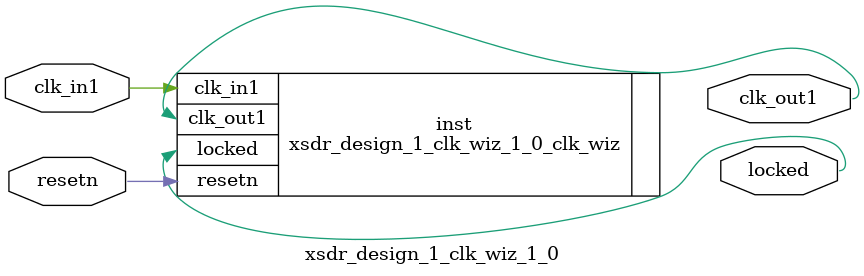
<source format=v>


`timescale 1ps/1ps

(* CORE_GENERATION_INFO = "xsdr_design_1_clk_wiz_1_0,clk_wiz_v6_0_2_0_0,{component_name=xsdr_design_1_clk_wiz_1_0,use_phase_alignment=true,use_min_o_jitter=false,use_max_i_jitter=false,use_dyn_phase_shift=false,use_inclk_switchover=false,use_dyn_reconfig=false,enable_axi=0,feedback_source=FDBK_AUTO,PRIMITIVE=MMCM,num_out_clk=1,clkin1_period=20.000,clkin2_period=10.0,use_power_down=false,use_reset=true,use_locked=true,use_inclk_stopped=false,feedback_type=SINGLE,CLOCK_MGR_TYPE=NA,manual_override=false}" *)

module xsdr_design_1_clk_wiz_1_0 
 (
  // Clock out ports
  output        clk_out1,
  // Status and control signals
  input         resetn,
  output        locked,
 // Clock in ports
  input         clk_in1
 );

  xsdr_design_1_clk_wiz_1_0_clk_wiz inst
  (
  // Clock out ports  
  .clk_out1(clk_out1),
  // Status and control signals               
  .resetn(resetn), 
  .locked(locked),
 // Clock in ports
  .clk_in1(clk_in1)
  );

endmodule

</source>
